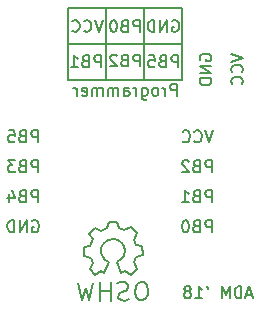
<source format=gbr>
G04 #@! TF.FileFunction,Legend,Bot*
%FSLAX46Y46*%
G04 Gerber Fmt 4.6, Leading zero omitted, Abs format (unit mm)*
G04 Created by KiCad (PCBNEW 4.0.7) date Sun Jun  3 02:11:31 2018*
%MOMM*%
%LPD*%
G01*
G04 APERTURE LIST*
%ADD10C,0.100000*%
%ADD11C,0.150000*%
%ADD12C,0.200000*%
G04 APERTURE END LIST*
D10*
D11*
X155788952Y-134278667D02*
X155312761Y-134278667D01*
X155884190Y-134564381D02*
X155550857Y-133564381D01*
X155217523Y-134564381D01*
X154884190Y-134564381D02*
X154884190Y-133564381D01*
X154646095Y-133564381D01*
X154503237Y-133612000D01*
X154407999Y-133707238D01*
X154360380Y-133802476D01*
X154312761Y-133992952D01*
X154312761Y-134135810D01*
X154360380Y-134326286D01*
X154407999Y-134421524D01*
X154503237Y-134516762D01*
X154646095Y-134564381D01*
X154884190Y-134564381D01*
X153884190Y-134564381D02*
X153884190Y-133564381D01*
X153550856Y-134278667D01*
X153217523Y-133564381D01*
X153217523Y-134564381D01*
X151931809Y-133564381D02*
X152027047Y-133754857D01*
X150979428Y-134564381D02*
X151550857Y-134564381D01*
X151265143Y-134564381D02*
X151265143Y-133564381D01*
X151360381Y-133707238D01*
X151455619Y-133802476D01*
X151550857Y-133850095D01*
X150408000Y-133992952D02*
X150503238Y-133945333D01*
X150550857Y-133897714D01*
X150598476Y-133802476D01*
X150598476Y-133754857D01*
X150550857Y-133659619D01*
X150503238Y-133612000D01*
X150408000Y-133564381D01*
X150217523Y-133564381D01*
X150122285Y-133612000D01*
X150074666Y-133659619D01*
X150027047Y-133754857D01*
X150027047Y-133802476D01*
X150074666Y-133897714D01*
X150122285Y-133945333D01*
X150217523Y-133992952D01*
X150408000Y-133992952D01*
X150503238Y-134040571D01*
X150550857Y-134088190D01*
X150598476Y-134183429D01*
X150598476Y-134373905D01*
X150550857Y-134469143D01*
X150503238Y-134516762D01*
X150408000Y-134564381D01*
X150217523Y-134564381D01*
X150122285Y-134516762D01*
X150074666Y-134469143D01*
X150027047Y-134373905D01*
X150027047Y-134183429D01*
X150074666Y-134088190D01*
X150122285Y-134040571D01*
X150217523Y-133992952D01*
D12*
X154011381Y-113855667D02*
X155011381Y-114189000D01*
X154011381Y-114522334D01*
X154916143Y-115427096D02*
X154963762Y-115379477D01*
X155011381Y-115236620D01*
X155011381Y-115141382D01*
X154963762Y-114998524D01*
X154868524Y-114903286D01*
X154773286Y-114855667D01*
X154582810Y-114808048D01*
X154439952Y-114808048D01*
X154249476Y-114855667D01*
X154154238Y-114903286D01*
X154059000Y-114998524D01*
X154011381Y-115141382D01*
X154011381Y-115236620D01*
X154059000Y-115379477D01*
X154106619Y-115427096D01*
X154916143Y-116427096D02*
X154963762Y-116379477D01*
X155011381Y-116236620D01*
X155011381Y-116141382D01*
X154963762Y-115998524D01*
X154868524Y-115903286D01*
X154773286Y-115855667D01*
X154582810Y-115808048D01*
X154439952Y-115808048D01*
X154249476Y-115855667D01*
X154154238Y-115903286D01*
X154059000Y-115998524D01*
X154011381Y-116141382D01*
X154011381Y-116236620D01*
X154059000Y-116379477D01*
X154106619Y-116427096D01*
X151392000Y-114427096D02*
X151344381Y-114331858D01*
X151344381Y-114189001D01*
X151392000Y-114046143D01*
X151487238Y-113950905D01*
X151582476Y-113903286D01*
X151772952Y-113855667D01*
X151915810Y-113855667D01*
X152106286Y-113903286D01*
X152201524Y-113950905D01*
X152296762Y-114046143D01*
X152344381Y-114189001D01*
X152344381Y-114284239D01*
X152296762Y-114427096D01*
X152249143Y-114474715D01*
X151915810Y-114474715D01*
X151915810Y-114284239D01*
X152344381Y-114903286D02*
X151344381Y-114903286D01*
X152344381Y-115474715D01*
X151344381Y-115474715D01*
X152344381Y-115950905D02*
X151344381Y-115950905D01*
X151344381Y-116189000D01*
X151392000Y-116331858D01*
X151487238Y-116427096D01*
X151582476Y-116474715D01*
X151772952Y-116522334D01*
X151915810Y-116522334D01*
X152106286Y-116474715D01*
X152201524Y-116427096D01*
X152296762Y-116331858D01*
X152344381Y-116189000D01*
X152344381Y-115950905D01*
X152368095Y-128976381D02*
X152368095Y-127976381D01*
X151987142Y-127976381D01*
X151891904Y-128024000D01*
X151844285Y-128071619D01*
X151796666Y-128166857D01*
X151796666Y-128309714D01*
X151844285Y-128404952D01*
X151891904Y-128452571D01*
X151987142Y-128500190D01*
X152368095Y-128500190D01*
X151034761Y-128452571D02*
X150891904Y-128500190D01*
X150844285Y-128547810D01*
X150796666Y-128643048D01*
X150796666Y-128785905D01*
X150844285Y-128881143D01*
X150891904Y-128928762D01*
X150987142Y-128976381D01*
X151368095Y-128976381D01*
X151368095Y-127976381D01*
X151034761Y-127976381D01*
X150939523Y-128024000D01*
X150891904Y-128071619D01*
X150844285Y-128166857D01*
X150844285Y-128262095D01*
X150891904Y-128357333D01*
X150939523Y-128404952D01*
X151034761Y-128452571D01*
X151368095Y-128452571D01*
X150177619Y-127976381D02*
X150082380Y-127976381D01*
X149987142Y-128024000D01*
X149939523Y-128071619D01*
X149891904Y-128166857D01*
X149844285Y-128357333D01*
X149844285Y-128595429D01*
X149891904Y-128785905D01*
X149939523Y-128881143D01*
X149987142Y-128928762D01*
X150082380Y-128976381D01*
X150177619Y-128976381D01*
X150272857Y-128928762D01*
X150320476Y-128881143D01*
X150368095Y-128785905D01*
X150415714Y-128595429D01*
X150415714Y-128357333D01*
X150368095Y-128166857D01*
X150320476Y-128071619D01*
X150272857Y-128024000D01*
X150177619Y-127976381D01*
X152368095Y-126436381D02*
X152368095Y-125436381D01*
X151987142Y-125436381D01*
X151891904Y-125484000D01*
X151844285Y-125531619D01*
X151796666Y-125626857D01*
X151796666Y-125769714D01*
X151844285Y-125864952D01*
X151891904Y-125912571D01*
X151987142Y-125960190D01*
X152368095Y-125960190D01*
X151034761Y-125912571D02*
X150891904Y-125960190D01*
X150844285Y-126007810D01*
X150796666Y-126103048D01*
X150796666Y-126245905D01*
X150844285Y-126341143D01*
X150891904Y-126388762D01*
X150987142Y-126436381D01*
X151368095Y-126436381D01*
X151368095Y-125436381D01*
X151034761Y-125436381D01*
X150939523Y-125484000D01*
X150891904Y-125531619D01*
X150844285Y-125626857D01*
X150844285Y-125722095D01*
X150891904Y-125817333D01*
X150939523Y-125864952D01*
X151034761Y-125912571D01*
X151368095Y-125912571D01*
X149844285Y-126436381D02*
X150415714Y-126436381D01*
X150130000Y-126436381D02*
X150130000Y-125436381D01*
X150225238Y-125579238D01*
X150320476Y-125674476D01*
X150415714Y-125722095D01*
X152368095Y-123896381D02*
X152368095Y-122896381D01*
X151987142Y-122896381D01*
X151891904Y-122944000D01*
X151844285Y-122991619D01*
X151796666Y-123086857D01*
X151796666Y-123229714D01*
X151844285Y-123324952D01*
X151891904Y-123372571D01*
X151987142Y-123420190D01*
X152368095Y-123420190D01*
X151034761Y-123372571D02*
X150891904Y-123420190D01*
X150844285Y-123467810D01*
X150796666Y-123563048D01*
X150796666Y-123705905D01*
X150844285Y-123801143D01*
X150891904Y-123848762D01*
X150987142Y-123896381D01*
X151368095Y-123896381D01*
X151368095Y-122896381D01*
X151034761Y-122896381D01*
X150939523Y-122944000D01*
X150891904Y-122991619D01*
X150844285Y-123086857D01*
X150844285Y-123182095D01*
X150891904Y-123277333D01*
X150939523Y-123324952D01*
X151034761Y-123372571D01*
X151368095Y-123372571D01*
X150415714Y-122991619D02*
X150368095Y-122944000D01*
X150272857Y-122896381D01*
X150034761Y-122896381D01*
X149939523Y-122944000D01*
X149891904Y-122991619D01*
X149844285Y-123086857D01*
X149844285Y-123182095D01*
X149891904Y-123324952D01*
X150463333Y-123896381D01*
X149844285Y-123896381D01*
X152463333Y-120356381D02*
X152130000Y-121356381D01*
X151796666Y-120356381D01*
X150891904Y-121261143D02*
X150939523Y-121308762D01*
X151082380Y-121356381D01*
X151177618Y-121356381D01*
X151320476Y-121308762D01*
X151415714Y-121213524D01*
X151463333Y-121118286D01*
X151510952Y-120927810D01*
X151510952Y-120784952D01*
X151463333Y-120594476D01*
X151415714Y-120499238D01*
X151320476Y-120404000D01*
X151177618Y-120356381D01*
X151082380Y-120356381D01*
X150939523Y-120404000D01*
X150891904Y-120451619D01*
X149891904Y-121261143D02*
X149939523Y-121308762D01*
X150082380Y-121356381D01*
X150177618Y-121356381D01*
X150320476Y-121308762D01*
X150415714Y-121213524D01*
X150463333Y-121118286D01*
X150510952Y-120927810D01*
X150510952Y-120784952D01*
X150463333Y-120594476D01*
X150415714Y-120499238D01*
X150320476Y-120404000D01*
X150177618Y-120356381D01*
X150082380Y-120356381D01*
X149939523Y-120404000D01*
X149891904Y-120451619D01*
X137159904Y-128024000D02*
X137255142Y-127976381D01*
X137397999Y-127976381D01*
X137540857Y-128024000D01*
X137636095Y-128119238D01*
X137683714Y-128214476D01*
X137731333Y-128404952D01*
X137731333Y-128547810D01*
X137683714Y-128738286D01*
X137636095Y-128833524D01*
X137540857Y-128928762D01*
X137397999Y-128976381D01*
X137302761Y-128976381D01*
X137159904Y-128928762D01*
X137112285Y-128881143D01*
X137112285Y-128547810D01*
X137302761Y-128547810D01*
X136683714Y-128976381D02*
X136683714Y-127976381D01*
X136112285Y-128976381D01*
X136112285Y-127976381D01*
X135636095Y-128976381D02*
X135636095Y-127976381D01*
X135398000Y-127976381D01*
X135255142Y-128024000D01*
X135159904Y-128119238D01*
X135112285Y-128214476D01*
X135064666Y-128404952D01*
X135064666Y-128547810D01*
X135112285Y-128738286D01*
X135159904Y-128833524D01*
X135255142Y-128928762D01*
X135398000Y-128976381D01*
X135636095Y-128976381D01*
X137636095Y-126436381D02*
X137636095Y-125436381D01*
X137255142Y-125436381D01*
X137159904Y-125484000D01*
X137112285Y-125531619D01*
X137064666Y-125626857D01*
X137064666Y-125769714D01*
X137112285Y-125864952D01*
X137159904Y-125912571D01*
X137255142Y-125960190D01*
X137636095Y-125960190D01*
X136302761Y-125912571D02*
X136159904Y-125960190D01*
X136112285Y-126007810D01*
X136064666Y-126103048D01*
X136064666Y-126245905D01*
X136112285Y-126341143D01*
X136159904Y-126388762D01*
X136255142Y-126436381D01*
X136636095Y-126436381D01*
X136636095Y-125436381D01*
X136302761Y-125436381D01*
X136207523Y-125484000D01*
X136159904Y-125531619D01*
X136112285Y-125626857D01*
X136112285Y-125722095D01*
X136159904Y-125817333D01*
X136207523Y-125864952D01*
X136302761Y-125912571D01*
X136636095Y-125912571D01*
X135207523Y-125769714D02*
X135207523Y-126436381D01*
X135445619Y-125388762D02*
X135683714Y-126103048D01*
X135064666Y-126103048D01*
X137636095Y-123896381D02*
X137636095Y-122896381D01*
X137255142Y-122896381D01*
X137159904Y-122944000D01*
X137112285Y-122991619D01*
X137064666Y-123086857D01*
X137064666Y-123229714D01*
X137112285Y-123324952D01*
X137159904Y-123372571D01*
X137255142Y-123420190D01*
X137636095Y-123420190D01*
X136302761Y-123372571D02*
X136159904Y-123420190D01*
X136112285Y-123467810D01*
X136064666Y-123563048D01*
X136064666Y-123705905D01*
X136112285Y-123801143D01*
X136159904Y-123848762D01*
X136255142Y-123896381D01*
X136636095Y-123896381D01*
X136636095Y-122896381D01*
X136302761Y-122896381D01*
X136207523Y-122944000D01*
X136159904Y-122991619D01*
X136112285Y-123086857D01*
X136112285Y-123182095D01*
X136159904Y-123277333D01*
X136207523Y-123324952D01*
X136302761Y-123372571D01*
X136636095Y-123372571D01*
X135731333Y-122896381D02*
X135112285Y-122896381D01*
X135445619Y-123277333D01*
X135302761Y-123277333D01*
X135207523Y-123324952D01*
X135159904Y-123372571D01*
X135112285Y-123467810D01*
X135112285Y-123705905D01*
X135159904Y-123801143D01*
X135207523Y-123848762D01*
X135302761Y-123896381D01*
X135588476Y-123896381D01*
X135683714Y-123848762D01*
X135731333Y-123801143D01*
X137636095Y-121356381D02*
X137636095Y-120356381D01*
X137255142Y-120356381D01*
X137159904Y-120404000D01*
X137112285Y-120451619D01*
X137064666Y-120546857D01*
X137064666Y-120689714D01*
X137112285Y-120784952D01*
X137159904Y-120832571D01*
X137255142Y-120880190D01*
X137636095Y-120880190D01*
X136302761Y-120832571D02*
X136159904Y-120880190D01*
X136112285Y-120927810D01*
X136064666Y-121023048D01*
X136064666Y-121165905D01*
X136112285Y-121261143D01*
X136159904Y-121308762D01*
X136255142Y-121356381D01*
X136636095Y-121356381D01*
X136636095Y-120356381D01*
X136302761Y-120356381D01*
X136207523Y-120404000D01*
X136159904Y-120451619D01*
X136112285Y-120546857D01*
X136112285Y-120642095D01*
X136159904Y-120737333D01*
X136207523Y-120784952D01*
X136302761Y-120832571D01*
X136636095Y-120832571D01*
X135159904Y-120356381D02*
X135636095Y-120356381D01*
X135683714Y-120832571D01*
X135636095Y-120784952D01*
X135540857Y-120737333D01*
X135302761Y-120737333D01*
X135207523Y-120784952D01*
X135159904Y-120832571D01*
X135112285Y-120927810D01*
X135112285Y-121165905D01*
X135159904Y-121261143D01*
X135207523Y-121308762D01*
X135302761Y-121356381D01*
X135540857Y-121356381D01*
X135636095Y-121308762D01*
X135683714Y-121261143D01*
X149407024Y-117419381D02*
X149407024Y-116419381D01*
X149026071Y-116419381D01*
X148930833Y-116467000D01*
X148883214Y-116514619D01*
X148835595Y-116609857D01*
X148835595Y-116752714D01*
X148883214Y-116847952D01*
X148930833Y-116895571D01*
X149026071Y-116943190D01*
X149407024Y-116943190D01*
X148407024Y-117419381D02*
X148407024Y-116752714D01*
X148407024Y-116943190D02*
X148359405Y-116847952D01*
X148311786Y-116800333D01*
X148216548Y-116752714D01*
X148121309Y-116752714D01*
X147645119Y-117419381D02*
X147740357Y-117371762D01*
X147787976Y-117324143D01*
X147835595Y-117228905D01*
X147835595Y-116943190D01*
X147787976Y-116847952D01*
X147740357Y-116800333D01*
X147645119Y-116752714D01*
X147502261Y-116752714D01*
X147407023Y-116800333D01*
X147359404Y-116847952D01*
X147311785Y-116943190D01*
X147311785Y-117228905D01*
X147359404Y-117324143D01*
X147407023Y-117371762D01*
X147502261Y-117419381D01*
X147645119Y-117419381D01*
X146454642Y-116752714D02*
X146454642Y-117562238D01*
X146502261Y-117657476D01*
X146549880Y-117705095D01*
X146645119Y-117752714D01*
X146787976Y-117752714D01*
X146883214Y-117705095D01*
X146454642Y-117371762D02*
X146549880Y-117419381D01*
X146740357Y-117419381D01*
X146835595Y-117371762D01*
X146883214Y-117324143D01*
X146930833Y-117228905D01*
X146930833Y-116943190D01*
X146883214Y-116847952D01*
X146835595Y-116800333D01*
X146740357Y-116752714D01*
X146549880Y-116752714D01*
X146454642Y-116800333D01*
X145978452Y-117419381D02*
X145978452Y-116752714D01*
X145978452Y-116943190D02*
X145930833Y-116847952D01*
X145883214Y-116800333D01*
X145787976Y-116752714D01*
X145692737Y-116752714D01*
X144930832Y-117419381D02*
X144930832Y-116895571D01*
X144978451Y-116800333D01*
X145073689Y-116752714D01*
X145264166Y-116752714D01*
X145359404Y-116800333D01*
X144930832Y-117371762D02*
X145026070Y-117419381D01*
X145264166Y-117419381D01*
X145359404Y-117371762D01*
X145407023Y-117276524D01*
X145407023Y-117181286D01*
X145359404Y-117086048D01*
X145264166Y-117038429D01*
X145026070Y-117038429D01*
X144930832Y-116990810D01*
X144454642Y-117419381D02*
X144454642Y-116752714D01*
X144454642Y-116847952D02*
X144407023Y-116800333D01*
X144311785Y-116752714D01*
X144168927Y-116752714D01*
X144073689Y-116800333D01*
X144026070Y-116895571D01*
X144026070Y-117419381D01*
X144026070Y-116895571D02*
X143978451Y-116800333D01*
X143883213Y-116752714D01*
X143740356Y-116752714D01*
X143645118Y-116800333D01*
X143597499Y-116895571D01*
X143597499Y-117419381D01*
X143121309Y-117419381D02*
X143121309Y-116752714D01*
X143121309Y-116847952D02*
X143073690Y-116800333D01*
X142978452Y-116752714D01*
X142835594Y-116752714D01*
X142740356Y-116800333D01*
X142692737Y-116895571D01*
X142692737Y-117419381D01*
X142692737Y-116895571D02*
X142645118Y-116800333D01*
X142549880Y-116752714D01*
X142407023Y-116752714D01*
X142311785Y-116800333D01*
X142264166Y-116895571D01*
X142264166Y-117419381D01*
X141407023Y-117371762D02*
X141502261Y-117419381D01*
X141692738Y-117419381D01*
X141787976Y-117371762D01*
X141835595Y-117276524D01*
X141835595Y-116895571D01*
X141787976Y-116800333D01*
X141692738Y-116752714D01*
X141502261Y-116752714D01*
X141407023Y-116800333D01*
X141359404Y-116895571D01*
X141359404Y-116990810D01*
X141835595Y-117086048D01*
X140930833Y-117419381D02*
X140930833Y-116752714D01*
X140930833Y-116943190D02*
X140883214Y-116847952D01*
X140835595Y-116800333D01*
X140740357Y-116752714D01*
X140645118Y-116752714D01*
X149860000Y-113030000D02*
X140208000Y-113030000D01*
X143446500Y-116078000D02*
X143446500Y-109982000D01*
X146621500Y-116078000D02*
X146621500Y-109982000D01*
X149860000Y-110236000D02*
X149860000Y-109982000D01*
X149860000Y-109982000D02*
X149860000Y-110236000D01*
X140208000Y-109982000D02*
X149860000Y-109982000D01*
X149860000Y-116078000D02*
X149860000Y-110236000D01*
X140208000Y-116078000D02*
X149860000Y-116078000D01*
X140208000Y-109982000D02*
X140208000Y-116078000D01*
X149510595Y-115006381D02*
X149510595Y-114006381D01*
X149129642Y-114006381D01*
X149034404Y-114054000D01*
X148986785Y-114101619D01*
X148939166Y-114196857D01*
X148939166Y-114339714D01*
X148986785Y-114434952D01*
X149034404Y-114482571D01*
X149129642Y-114530190D01*
X149510595Y-114530190D01*
X148177261Y-114482571D02*
X148034404Y-114530190D01*
X147986785Y-114577810D01*
X147939166Y-114673048D01*
X147939166Y-114815905D01*
X147986785Y-114911143D01*
X148034404Y-114958762D01*
X148129642Y-115006381D01*
X148510595Y-115006381D01*
X148510595Y-114006381D01*
X148177261Y-114006381D01*
X148082023Y-114054000D01*
X148034404Y-114101619D01*
X147986785Y-114196857D01*
X147986785Y-114292095D01*
X148034404Y-114387333D01*
X148082023Y-114434952D01*
X148177261Y-114482571D01*
X148510595Y-114482571D01*
X147034404Y-114006381D02*
X147510595Y-114006381D01*
X147558214Y-114482571D01*
X147510595Y-114434952D01*
X147415357Y-114387333D01*
X147177261Y-114387333D01*
X147082023Y-114434952D01*
X147034404Y-114482571D01*
X146986785Y-114577810D01*
X146986785Y-114815905D01*
X147034404Y-114911143D01*
X147082023Y-114958762D01*
X147177261Y-115006381D01*
X147415357Y-115006381D01*
X147510595Y-114958762D01*
X147558214Y-114911143D01*
X146272095Y-114942881D02*
X146272095Y-113942881D01*
X145891142Y-113942881D01*
X145795904Y-113990500D01*
X145748285Y-114038119D01*
X145700666Y-114133357D01*
X145700666Y-114276214D01*
X145748285Y-114371452D01*
X145795904Y-114419071D01*
X145891142Y-114466690D01*
X146272095Y-114466690D01*
X144938761Y-114419071D02*
X144795904Y-114466690D01*
X144748285Y-114514310D01*
X144700666Y-114609548D01*
X144700666Y-114752405D01*
X144748285Y-114847643D01*
X144795904Y-114895262D01*
X144891142Y-114942881D01*
X145272095Y-114942881D01*
X145272095Y-113942881D01*
X144938761Y-113942881D01*
X144843523Y-113990500D01*
X144795904Y-114038119D01*
X144748285Y-114133357D01*
X144748285Y-114228595D01*
X144795904Y-114323833D01*
X144843523Y-114371452D01*
X144938761Y-114419071D01*
X145272095Y-114419071D01*
X144319714Y-114038119D02*
X144272095Y-113990500D01*
X144176857Y-113942881D01*
X143938761Y-113942881D01*
X143843523Y-113990500D01*
X143795904Y-114038119D01*
X143748285Y-114133357D01*
X143748285Y-114228595D01*
X143795904Y-114371452D01*
X144367333Y-114942881D01*
X143748285Y-114942881D01*
X142970095Y-115006381D02*
X142970095Y-114006381D01*
X142589142Y-114006381D01*
X142493904Y-114054000D01*
X142446285Y-114101619D01*
X142398666Y-114196857D01*
X142398666Y-114339714D01*
X142446285Y-114434952D01*
X142493904Y-114482571D01*
X142589142Y-114530190D01*
X142970095Y-114530190D01*
X141636761Y-114482571D02*
X141493904Y-114530190D01*
X141446285Y-114577810D01*
X141398666Y-114673048D01*
X141398666Y-114815905D01*
X141446285Y-114911143D01*
X141493904Y-114958762D01*
X141589142Y-115006381D01*
X141970095Y-115006381D01*
X141970095Y-114006381D01*
X141636761Y-114006381D01*
X141541523Y-114054000D01*
X141493904Y-114101619D01*
X141446285Y-114196857D01*
X141446285Y-114292095D01*
X141493904Y-114387333D01*
X141541523Y-114434952D01*
X141636761Y-114482571D01*
X141970095Y-114482571D01*
X140446285Y-115006381D02*
X141017714Y-115006381D01*
X140732000Y-115006381D02*
X140732000Y-114006381D01*
X140827238Y-114149238D01*
X140922476Y-114244476D01*
X141017714Y-114292095D01*
X149034404Y-111069500D02*
X149129642Y-111021881D01*
X149272499Y-111021881D01*
X149415357Y-111069500D01*
X149510595Y-111164738D01*
X149558214Y-111259976D01*
X149605833Y-111450452D01*
X149605833Y-111593310D01*
X149558214Y-111783786D01*
X149510595Y-111879024D01*
X149415357Y-111974262D01*
X149272499Y-112021881D01*
X149177261Y-112021881D01*
X149034404Y-111974262D01*
X148986785Y-111926643D01*
X148986785Y-111593310D01*
X149177261Y-111593310D01*
X148558214Y-112021881D02*
X148558214Y-111021881D01*
X147986785Y-112021881D01*
X147986785Y-111021881D01*
X147510595Y-112021881D02*
X147510595Y-111021881D01*
X147272500Y-111021881D01*
X147129642Y-111069500D01*
X147034404Y-111164738D01*
X146986785Y-111259976D01*
X146939166Y-111450452D01*
X146939166Y-111593310D01*
X146986785Y-111783786D01*
X147034404Y-111879024D01*
X147129642Y-111974262D01*
X147272500Y-112021881D01*
X147510595Y-112021881D01*
X146272095Y-112021881D02*
X146272095Y-111021881D01*
X145891142Y-111021881D01*
X145795904Y-111069500D01*
X145748285Y-111117119D01*
X145700666Y-111212357D01*
X145700666Y-111355214D01*
X145748285Y-111450452D01*
X145795904Y-111498071D01*
X145891142Y-111545690D01*
X146272095Y-111545690D01*
X144938761Y-111498071D02*
X144795904Y-111545690D01*
X144748285Y-111593310D01*
X144700666Y-111688548D01*
X144700666Y-111831405D01*
X144748285Y-111926643D01*
X144795904Y-111974262D01*
X144891142Y-112021881D01*
X145272095Y-112021881D01*
X145272095Y-111021881D01*
X144938761Y-111021881D01*
X144843523Y-111069500D01*
X144795904Y-111117119D01*
X144748285Y-111212357D01*
X144748285Y-111307595D01*
X144795904Y-111402833D01*
X144843523Y-111450452D01*
X144938761Y-111498071D01*
X145272095Y-111498071D01*
X144081619Y-111021881D02*
X143986380Y-111021881D01*
X143891142Y-111069500D01*
X143843523Y-111117119D01*
X143795904Y-111212357D01*
X143748285Y-111402833D01*
X143748285Y-111640929D01*
X143795904Y-111831405D01*
X143843523Y-111926643D01*
X143891142Y-111974262D01*
X143986380Y-112021881D01*
X144081619Y-112021881D01*
X144176857Y-111974262D01*
X144224476Y-111926643D01*
X144272095Y-111831405D01*
X144319714Y-111640929D01*
X144319714Y-111402833D01*
X144272095Y-111212357D01*
X144224476Y-111117119D01*
X144176857Y-111069500D01*
X144081619Y-111021881D01*
X143128833Y-111021881D02*
X142795500Y-112021881D01*
X142462166Y-111021881D01*
X141557404Y-111926643D02*
X141605023Y-111974262D01*
X141747880Y-112021881D01*
X141843118Y-112021881D01*
X141985976Y-111974262D01*
X142081214Y-111879024D01*
X142128833Y-111783786D01*
X142176452Y-111593310D01*
X142176452Y-111450452D01*
X142128833Y-111259976D01*
X142081214Y-111164738D01*
X141985976Y-111069500D01*
X141843118Y-111021881D01*
X141747880Y-111021881D01*
X141605023Y-111069500D01*
X141557404Y-111117119D01*
X140557404Y-111926643D02*
X140605023Y-111974262D01*
X140747880Y-112021881D01*
X140843118Y-112021881D01*
X140985976Y-111974262D01*
X141081214Y-111879024D01*
X141128833Y-111783786D01*
X141176452Y-111593310D01*
X141176452Y-111450452D01*
X141128833Y-111259976D01*
X141081214Y-111164738D01*
X140985976Y-111069500D01*
X140843118Y-111021881D01*
X140747880Y-111021881D01*
X140605023Y-111069500D01*
X140557404Y-111117119D01*
D11*
X142349220Y-133245860D02*
X141988540Y-134716520D01*
X141988540Y-134716520D02*
X141709140Y-133654800D01*
X141709140Y-133654800D02*
X141399260Y-134726680D01*
X141399260Y-134726680D02*
X141058900Y-133276340D01*
X143769080Y-133936740D02*
X142979140Y-133926580D01*
X142979140Y-133926580D02*
X142968980Y-133936740D01*
X142968980Y-133936740D02*
X142968980Y-133926580D01*
X142928340Y-133215380D02*
X142928340Y-134757160D01*
X143817340Y-133205220D02*
X143817340Y-134774940D01*
X143817340Y-134774940D02*
X143807180Y-134764780D01*
X144368520Y-133306820D02*
X144719040Y-133225540D01*
X144719040Y-133225540D02*
X145039080Y-133215380D01*
X145039080Y-133215380D02*
X145277840Y-133416040D01*
X145277840Y-133416040D02*
X145308320Y-133685280D01*
X145308320Y-133685280D02*
X145067020Y-133926580D01*
X145067020Y-133926580D02*
X144678400Y-134056120D01*
X144678400Y-134056120D02*
X144498060Y-134216140D01*
X144498060Y-134216140D02*
X144457420Y-134515860D01*
X144457420Y-134515860D02*
X144688560Y-134736840D01*
X144688560Y-134736840D02*
X145008600Y-134764780D01*
X145008600Y-134764780D02*
X145359120Y-134655560D01*
X146397980Y-133205220D02*
X146646900Y-133225540D01*
X146646900Y-133225540D02*
X146888200Y-133466840D01*
X146888200Y-133466840D02*
X146977100Y-133957060D01*
X146977100Y-133957060D02*
X146949160Y-134305040D01*
X146949160Y-134305040D02*
X146748500Y-134625080D01*
X146748500Y-134625080D02*
X146497040Y-134747000D01*
X146497040Y-134747000D02*
X146187160Y-134675880D01*
X146187160Y-134675880D02*
X145968720Y-134495540D01*
X145968720Y-134495540D02*
X145897600Y-134035800D01*
X145897600Y-134035800D02*
X145948400Y-133626860D01*
X145948400Y-133626860D02*
X146057620Y-133344920D01*
X146057620Y-133344920D02*
X146418300Y-133215380D01*
X145798540Y-131485640D02*
X146057620Y-132046980D01*
X146057620Y-132046980D02*
X145519140Y-132565140D01*
X145519140Y-132565140D02*
X144998440Y-132295900D01*
X144998440Y-132295900D02*
X144719040Y-132455920D01*
X143278860Y-132435600D02*
X142948660Y-132245100D01*
X142948660Y-132245100D02*
X142509240Y-132575300D01*
X142509240Y-132575300D02*
X142036800Y-132085080D01*
X142036800Y-132085080D02*
X142318740Y-131605020D01*
X142318740Y-131605020D02*
X142128240Y-131135120D01*
X142128240Y-131135120D02*
X141518640Y-130947160D01*
X141518640Y-130947160D02*
X141518640Y-130266440D01*
X141518640Y-130266440D02*
X142077440Y-130126740D01*
X142077440Y-130126740D02*
X142278100Y-129555240D01*
X142278100Y-129555240D02*
X142008860Y-129085340D01*
X142008860Y-129085340D02*
X142478760Y-128574800D01*
X142478760Y-128574800D02*
X142996920Y-128836420D01*
X142996920Y-128836420D02*
X143466820Y-128635760D01*
X143466820Y-128635760D02*
X143637000Y-128094740D01*
X143637000Y-128094740D02*
X144327880Y-128076960D01*
X144327880Y-128076960D02*
X144538700Y-128625600D01*
X144538700Y-128625600D02*
X144957800Y-128795780D01*
X144957800Y-128795780D02*
X145508980Y-128526540D01*
X145508980Y-128526540D02*
X146027140Y-129054860D01*
X146027140Y-129054860D02*
X145778220Y-129595880D01*
X145778220Y-129595880D02*
X145948400Y-130075940D01*
X145948400Y-130075940D02*
X146497040Y-130175000D01*
X146497040Y-130175000D02*
X146507200Y-130876040D01*
X146507200Y-130876040D02*
X145948400Y-131076700D01*
X145948400Y-131076700D02*
X145808700Y-131475480D01*
X143667480Y-131455160D02*
X143367760Y-131305300D01*
X143367760Y-131305300D02*
X143167100Y-131107180D01*
X143167100Y-131107180D02*
X143017240Y-130705860D01*
X143017240Y-130705860D02*
X143017240Y-130307080D01*
X143017240Y-130307080D02*
X143167100Y-129956560D01*
X143167100Y-129956560D02*
X143619220Y-129606040D01*
X143619220Y-129606040D02*
X144068800Y-129555240D01*
X144068800Y-129555240D02*
X144467580Y-129656840D01*
X144467580Y-129656840D02*
X144868900Y-130004820D01*
X144868900Y-130004820D02*
X145018760Y-130456940D01*
X145018760Y-130456940D02*
X144967960Y-130954780D01*
X144967960Y-130954780D02*
X144719040Y-131257040D01*
X144719040Y-131257040D02*
X144368520Y-131455160D01*
X144368520Y-131455160D02*
X144719040Y-132455920D01*
X143667480Y-131455160D02*
X143268700Y-132455920D01*
M02*

</source>
